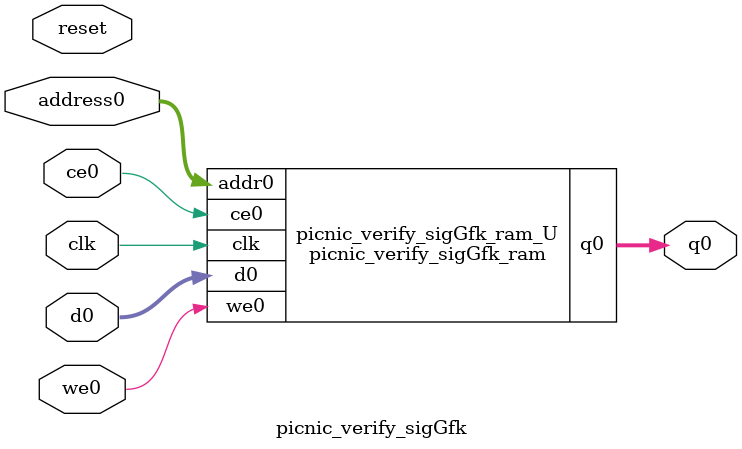
<source format=v>
`timescale 1 ns / 1 ps
module picnic_verify_sigGfk_ram (addr0, ce0, d0, we0, q0,  clk);

parameter DWIDTH = 8;
parameter AWIDTH = 13;
parameter MEM_SIZE = 7008;

input[AWIDTH-1:0] addr0;
input ce0;
input[DWIDTH-1:0] d0;
input we0;
output reg[DWIDTH-1:0] q0;
input clk;

(* ram_style = "block" *)reg [DWIDTH-1:0] ram[0:MEM_SIZE-1];




always @(posedge clk)  
begin 
    if (ce0) begin
        if (we0) 
            ram[addr0] <= d0; 
        q0 <= ram[addr0];
    end
end


endmodule

`timescale 1 ns / 1 ps
module picnic_verify_sigGfk(
    reset,
    clk,
    address0,
    ce0,
    we0,
    d0,
    q0);

parameter DataWidth = 32'd8;
parameter AddressRange = 32'd7008;
parameter AddressWidth = 32'd13;
input reset;
input clk;
input[AddressWidth - 1:0] address0;
input ce0;
input we0;
input[DataWidth - 1:0] d0;
output[DataWidth - 1:0] q0;



picnic_verify_sigGfk_ram picnic_verify_sigGfk_ram_U(
    .clk( clk ),
    .addr0( address0 ),
    .ce0( ce0 ),
    .we0( we0 ),
    .d0( d0 ),
    .q0( q0 ));

endmodule


</source>
